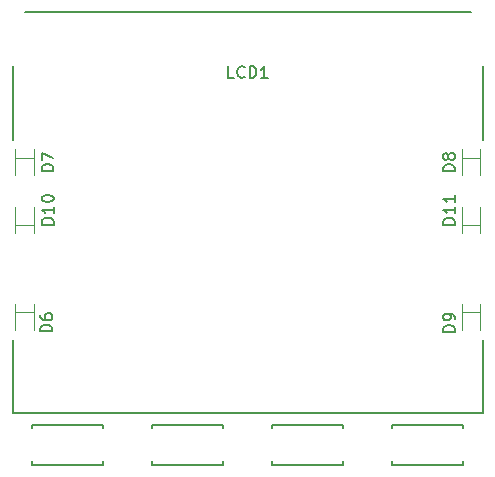
<source format=gto>
G04 #@! TF.GenerationSoftware,KiCad,Pcbnew,5.0.2-5.0.2*
G04 #@! TF.CreationDate,2019-05-06T09:06:14+02:00*
G04 #@! TF.ProjectId,MiniMeter-B1,4d696e69-4d65-4746-9572-2d42312e6b69,2.1*
G04 #@! TF.SameCoordinates,PX7cbd980PY75aef40*
G04 #@! TF.FileFunction,Legend,Top*
G04 #@! TF.FilePolarity,Positive*
%FSLAX46Y46*%
G04 Gerber Fmt 4.6, Leading zero omitted, Abs format (unit mm)*
G04 Created by KiCad (PCBNEW 5.0.2-5.0.2) date Mon 06 May 2019 09:06:14 CEST*
%MOMM*%
%LPD*%
G01*
G04 APERTURE LIST*
%ADD10C,0.150000*%
%ADD11C,0.120000*%
G04 APERTURE END LIST*
D10*
G04 #@! TO.C,LCD1*
X2700000Y38800000D02*
X40500000Y38800000D01*
X41500000Y4900000D02*
X1700000Y4900000D01*
X1700000Y34300000D02*
X1700000Y28000000D01*
X1700000Y11100000D02*
X1700000Y4900000D01*
X41500000Y34300000D02*
X41500000Y28000000D01*
X41500000Y11100000D02*
X41500000Y4900000D01*
G04 #@! TO.C,SW1*
X33840000Y3900000D02*
X39840000Y3900000D01*
X39840000Y800000D02*
X39840000Y500000D01*
X39840000Y500000D02*
X33840000Y500000D01*
X39840000Y3900000D02*
X39840000Y3600000D01*
X33840000Y500000D02*
X33840000Y800000D01*
X33840000Y3900000D02*
X33840000Y3600000D01*
G04 #@! TO.C,SW2*
X23680000Y3900000D02*
X29680000Y3900000D01*
X29680000Y800000D02*
X29680000Y500000D01*
X29680000Y500000D02*
X23680000Y500000D01*
X29680000Y3900000D02*
X29680000Y3600000D01*
X23680000Y500000D02*
X23680000Y800000D01*
X23680000Y3900000D02*
X23680000Y3600000D01*
G04 #@! TO.C,SW3*
X19520000Y500000D02*
X13520000Y500000D01*
X13520000Y3600000D02*
X13520000Y3900000D01*
X13520000Y3900000D02*
X19520000Y3900000D01*
X13520000Y500000D02*
X13520000Y800000D01*
X19520000Y3900000D02*
X19520000Y3600000D01*
X19520000Y500000D02*
X19520000Y800000D01*
G04 #@! TO.C,SW4*
X9360000Y500000D02*
X3360000Y500000D01*
X3360000Y3600000D02*
X3360000Y3900000D01*
X3360000Y3900000D02*
X9360000Y3900000D01*
X3360000Y500000D02*
X3360000Y800000D01*
X9360000Y3900000D02*
X9360000Y3600000D01*
X9360000Y500000D02*
X9360000Y800000D01*
D11*
G04 #@! TO.C,D8*
X41300000Y26500000D02*
X39700000Y26500000D01*
X41300000Y27200000D02*
X41300000Y25000000D01*
X39700000Y25000000D02*
X39700000Y27200000D01*
G04 #@! TO.C,D9*
X39700000Y11900000D02*
X39700000Y14100000D01*
X41300000Y14100000D02*
X41300000Y11900000D01*
X41300000Y13400000D02*
X39700000Y13400000D01*
G04 #@! TO.C,D11*
X41300000Y22300000D02*
X41300000Y20100000D01*
X39700000Y20100000D02*
X39700000Y22300000D01*
X39700000Y20800000D02*
X41300000Y20800000D01*
G04 #@! TO.C,D10*
X1900000Y20800000D02*
X3500000Y20800000D01*
X1900000Y20100000D02*
X1900000Y22300000D01*
X3500000Y22300000D02*
X3500000Y20100000D01*
G04 #@! TO.C,D7*
X3500000Y26500000D02*
X1900000Y26500000D01*
X3500000Y27200000D02*
X3500000Y25000000D01*
X1900000Y25000000D02*
X1900000Y27200000D01*
G04 #@! TO.C,D6*
X1900000Y11900000D02*
X1900000Y14100000D01*
X3500000Y14100000D02*
X3500000Y11900000D01*
X3500000Y13400000D02*
X1900000Y13400000D01*
G04 #@! TO.C,LCD1*
D10*
X20433333Y33247620D02*
X19957142Y33247620D01*
X19957142Y34247620D01*
X21338095Y33342858D02*
X21290476Y33295239D01*
X21147619Y33247620D01*
X21052380Y33247620D01*
X20909523Y33295239D01*
X20814285Y33390477D01*
X20766666Y33485715D01*
X20719047Y33676191D01*
X20719047Y33819048D01*
X20766666Y34009524D01*
X20814285Y34104762D01*
X20909523Y34200000D01*
X21052380Y34247620D01*
X21147619Y34247620D01*
X21290476Y34200000D01*
X21338095Y34152381D01*
X21766666Y33247620D02*
X21766666Y34247620D01*
X22004761Y34247620D01*
X22147619Y34200000D01*
X22242857Y34104762D01*
X22290476Y34009524D01*
X22338095Y33819048D01*
X22338095Y33676191D01*
X22290476Y33485715D01*
X22242857Y33390477D01*
X22147619Y33295239D01*
X22004761Y33247620D01*
X21766666Y33247620D01*
X23290476Y33247620D02*
X22719047Y33247620D01*
X23004761Y33247620D02*
X23004761Y34247620D01*
X22909523Y34104762D01*
X22814285Y34009524D01*
X22719047Y33961905D01*
G04 #@! TO.C,D8*
X39152380Y25361905D02*
X38152380Y25361905D01*
X38152380Y25600000D01*
X38200000Y25742858D01*
X38295238Y25838096D01*
X38390476Y25885715D01*
X38580952Y25933334D01*
X38723809Y25933334D01*
X38914285Y25885715D01*
X39009523Y25838096D01*
X39104761Y25742858D01*
X39152380Y25600000D01*
X39152380Y25361905D01*
X38580952Y26504762D02*
X38533333Y26409524D01*
X38485714Y26361905D01*
X38390476Y26314286D01*
X38342857Y26314286D01*
X38247619Y26361905D01*
X38200000Y26409524D01*
X38152380Y26504762D01*
X38152380Y26695239D01*
X38200000Y26790477D01*
X38247619Y26838096D01*
X38342857Y26885715D01*
X38390476Y26885715D01*
X38485714Y26838096D01*
X38533333Y26790477D01*
X38580952Y26695239D01*
X38580952Y26504762D01*
X38628571Y26409524D01*
X38676190Y26361905D01*
X38771428Y26314286D01*
X38961904Y26314286D01*
X39057142Y26361905D01*
X39104761Y26409524D01*
X39152380Y26504762D01*
X39152380Y26695239D01*
X39104761Y26790477D01*
X39057142Y26838096D01*
X38961904Y26885715D01*
X38771428Y26885715D01*
X38676190Y26838096D01*
X38628571Y26790477D01*
X38580952Y26695239D01*
G04 #@! TO.C,D9*
X39152380Y11761905D02*
X38152380Y11761905D01*
X38152380Y12000000D01*
X38200000Y12142858D01*
X38295238Y12238096D01*
X38390476Y12285715D01*
X38580952Y12333334D01*
X38723809Y12333334D01*
X38914285Y12285715D01*
X39009523Y12238096D01*
X39104761Y12142858D01*
X39152380Y12000000D01*
X39152380Y11761905D01*
X39152380Y12809524D02*
X39152380Y13000000D01*
X39104761Y13095239D01*
X39057142Y13142858D01*
X38914285Y13238096D01*
X38723809Y13285715D01*
X38342857Y13285715D01*
X38247619Y13238096D01*
X38200000Y13190477D01*
X38152380Y13095239D01*
X38152380Y12904762D01*
X38200000Y12809524D01*
X38247619Y12761905D01*
X38342857Y12714286D01*
X38580952Y12714286D01*
X38676190Y12761905D01*
X38723809Y12809524D01*
X38771428Y12904762D01*
X38771428Y13095239D01*
X38723809Y13190477D01*
X38676190Y13238096D01*
X38580952Y13285715D01*
G04 #@! TO.C,D11*
X39152380Y20839715D02*
X38152380Y20839715D01*
X38152380Y21077810D01*
X38200000Y21220667D01*
X38295238Y21315905D01*
X38390476Y21363524D01*
X38580952Y21411143D01*
X38723809Y21411143D01*
X38914285Y21363524D01*
X39009523Y21315905D01*
X39104761Y21220667D01*
X39152380Y21077810D01*
X39152380Y20839715D01*
X39152380Y22363524D02*
X39152380Y21792096D01*
X39152380Y22077810D02*
X38152380Y22077810D01*
X38295238Y21982572D01*
X38390476Y21887334D01*
X38438095Y21792096D01*
X39152380Y23315905D02*
X39152380Y22744477D01*
X39152380Y23030191D02*
X38152380Y23030191D01*
X38295238Y22934953D01*
X38390476Y22839715D01*
X38438095Y22744477D01*
G04 #@! TO.C,D10*
X5161380Y20839715D02*
X4161380Y20839715D01*
X4161380Y21077810D01*
X4209000Y21220667D01*
X4304238Y21315905D01*
X4399476Y21363524D01*
X4589952Y21411143D01*
X4732809Y21411143D01*
X4923285Y21363524D01*
X5018523Y21315905D01*
X5113761Y21220667D01*
X5161380Y21077810D01*
X5161380Y20839715D01*
X5161380Y22363524D02*
X5161380Y21792096D01*
X5161380Y22077810D02*
X4161380Y22077810D01*
X4304238Y21982572D01*
X4399476Y21887334D01*
X4447095Y21792096D01*
X4161380Y22982572D02*
X4161380Y23077810D01*
X4209000Y23173048D01*
X4256619Y23220667D01*
X4351857Y23268286D01*
X4542333Y23315905D01*
X4780428Y23315905D01*
X4970904Y23268286D01*
X5066142Y23220667D01*
X5113761Y23173048D01*
X5161380Y23077810D01*
X5161380Y22982572D01*
X5113761Y22887334D01*
X5066142Y22839715D01*
X4970904Y22792096D01*
X4780428Y22744477D01*
X4542333Y22744477D01*
X4351857Y22792096D01*
X4256619Y22839715D01*
X4209000Y22887334D01*
X4161380Y22982572D01*
G04 #@! TO.C,D7*
X5152380Y25361905D02*
X4152380Y25361905D01*
X4152380Y25600000D01*
X4200000Y25742858D01*
X4295238Y25838096D01*
X4390476Y25885715D01*
X4580952Y25933334D01*
X4723809Y25933334D01*
X4914285Y25885715D01*
X5009523Y25838096D01*
X5104761Y25742858D01*
X5152380Y25600000D01*
X5152380Y25361905D01*
X4152380Y26266667D02*
X4152380Y26933334D01*
X5152380Y26504762D01*
G04 #@! TO.C,D6*
X5034380Y11790905D02*
X4034380Y11790905D01*
X4034380Y12029000D01*
X4082000Y12171858D01*
X4177238Y12267096D01*
X4272476Y12314715D01*
X4462952Y12362334D01*
X4605809Y12362334D01*
X4796285Y12314715D01*
X4891523Y12267096D01*
X4986761Y12171858D01*
X5034380Y12029000D01*
X5034380Y11790905D01*
X4034380Y13219477D02*
X4034380Y13029000D01*
X4082000Y12933762D01*
X4129619Y12886143D01*
X4272476Y12790905D01*
X4462952Y12743286D01*
X4843904Y12743286D01*
X4939142Y12790905D01*
X4986761Y12838524D01*
X5034380Y12933762D01*
X5034380Y13124239D01*
X4986761Y13219477D01*
X4939142Y13267096D01*
X4843904Y13314715D01*
X4605809Y13314715D01*
X4510571Y13267096D01*
X4462952Y13219477D01*
X4415333Y13124239D01*
X4415333Y12933762D01*
X4462952Y12838524D01*
X4510571Y12790905D01*
X4605809Y12743286D01*
G04 #@! TD*
M02*

</source>
